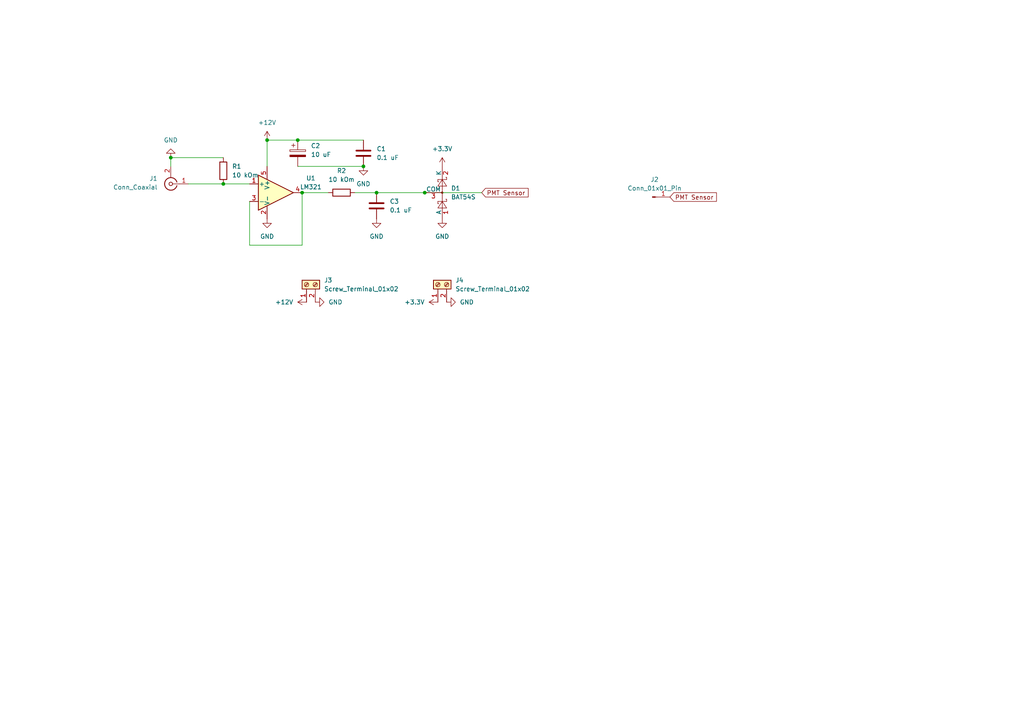
<source format=kicad_sch>
(kicad_sch (version 20230121) (generator eeschema)
  (paper "A4")
  (lib_symbols
    (symbol "Amplifier_Operational:LM321" (pin_names (offset 0.127))
      (property "Reference" "U" (at 0 7.62 0))
      (property "Value" "LM321" (at 0 5.08 0))
      (symbol "LM321_0_1"
        (polyline (pts (xy -5.08 5.08) (xy 5.08 0) (xy -5.08 -5.08) (xy -5.08 5.08)) (stroke (width 0.254)) (fill (type background)))
      )
      (symbol "LM321_1_1"
        (pin input line (at -7.62 2.54 0) (length 2.54) (name "+") (number "1"))
        (pin power_in line (at -2.54 -7.62 90) (length 3.81) (name "V-") (number "2"))
        (pin input line (at -7.62 -2.54 0) (length 2.54) (name "-") (number "3"))
        (pin output line (at 7.62 0 180) (length 2.54) (name "~") (number "4"))
        (pin power_in line (at -2.54 7.62 270) (length 3.81) (name "V+") (number "5"))
      )
    )
    (symbol "Connector:Conn_01x01_Pin" (pin_names (offset 1.016) hide)
      (property "Reference" "J" (at 0 2.54 0))
      (property "Value" "Conn_01x01_Pin" (at 0 -2.54 0))
      (symbol "Conn_01x01_Pin_1_1"
        (polyline (pts (xy 1.27 0) (xy 0.8636 0)) (stroke (width 0.1524)))
        (rectangle (start 0.8636 0.127) (end 0 -0.127) (stroke (width 0.1524)) (fill (type outline)))
        (pin passive line (at 5.08 0 180) (length 3.81) (name "Pin_1") (number "1"))
      )
    )
    (symbol "Connector:Conn_Coaxial" (pin_names (offset 1.016) hide)
      (property "Reference" "J" (at 0.254 3.048 0))
      (property "Value" "Conn_Coaxial" (at 2.921 0 90))
      (symbol "Conn_Coaxial_0_1"
        (arc (start -1.778 -0.508) (mid 0.2311 -1.8066) (end 1.778 0) (stroke (width 0.254)))
        (polyline (pts (xy -2.54 0) (xy -0.508 0)))
        (polyline (pts (xy 0 -2.54) (xy 0 -1.778)))
        (circle (center 0 0) (radius 0.508) (stroke (width 0.2032)))
        (arc (start 1.778 0) (mid 0.2099 1.8101) (end -1.778 0.508) (stroke (width 0.254)))
      )
      (symbol "Conn_Coaxial_1_1"
        (pin passive line (at -5.08 0 0) (length 2.54) (name "In") (number "1"))
        (pin passive line (at 0 -5.08 90) (length 2.54) (name "Ext") (number "2"))
      )
    )
    (symbol "Connector:Screw_Terminal_01x02" (pin_names (offset 1.016) hide)
      (property "Reference" "J" (at 0 2.54 0))
      (property "Value" "Screw_Terminal_01x02" (at 0 -5.08 0))
      (symbol "Screw_Terminal_01x02_1_1"
        (rectangle (start -1.27 1.27) (end 1.27 -3.81) (stroke (width 0.254)) (fill (type background)))
        (circle (center 0 -2.54) (radius 0.635) (stroke (width 0.1524)))
        (polyline (pts (xy -0.5334 -2.2098) (xy 0.3302 -3.048)) (stroke (width 0.1524)))
        (polyline (pts (xy -0.5334 0.3302) (xy 0.3302 -0.508)) (stroke (width 0.1524)))
        (polyline (pts (xy -0.3556 -2.032) (xy 0.508 -2.8702)) (stroke (width 0.1524)))
        (polyline (pts (xy -0.3556 0.508) (xy 0.508 -0.3302)) (stroke (width 0.1524)))
        (circle (center 0 0) (radius 0.635) (stroke (width 0.1524)))
        (pin passive line (at -5.08 0 0) (length 3.81) (name "Pin_1") (number "1"))
        (pin passive line (at -5.08 -2.54 0) (length 3.81) (name "Pin_2") (number "2"))
      )
    )
    (symbol "Device:C" (pin_numbers hide) (pin_names (offset 0.254))
      (property "Reference" "C" (at 0.635 2.54 0))
      (property "Value" "C" (at 0.635 -2.54 0))
      (symbol "C_0_1"
        (polyline (pts (xy -2.032 -0.762) (xy 2.032 -0.762)) (stroke (width 0.508)))
        (polyline (pts (xy -2.032 0.762) (xy 2.032 0.762)) (stroke (width 0.508)))
      )
      (symbol "C_1_1"
        (pin passive line (at 0 3.81 270) (length 2.794) (name "~") (number "1"))
        (pin passive line (at 0 -3.81 90) (length 2.794) (name "~") (number "2"))
      )
    )
    (symbol "Device:C_Polarized" (pin_numbers hide) (pin_names (offset 0.254))
      (property "Reference" "C" (at 0.635 2.54 0))
      (property "Value" "C_Polarized" (at 0.635 -2.54 0))
      (symbol "C_Polarized_0_1"
        (rectangle (start -2.286 0.508) (end 2.286 1.016))
        (polyline (pts (xy -1.778 2.286) (xy -0.762 2.286)))
        (polyline (pts (xy -1.27 2.794) (xy -1.27 1.778)))
        (rectangle (start 2.286 -0.508) (end -2.286 -1.016) (fill (type outline)))
      )
      (symbol "C_Polarized_1_1"
        (pin passive line (at 0 3.81 270) (length 2.794) (name "~") (number "1"))
        (pin passive line (at 0 -3.81 90) (length 2.794) (name "~") (number "2"))
      )
    )
    (symbol "Device:R" (pin_numbers hide) (pin_names (offset 0))
      (property "Reference" "R" (at 2.032 0 90))
      (property "Value" "R" (at 0 0 90))
      (symbol "R_0_1"
        (rectangle (start -1.016 -2.54) (end 1.016 2.54) (stroke (width 0.254)))
      )
      (symbol "R_1_1"
        (pin passive line (at 0 3.81 270) (length 1.27) (name "~") (number "1"))
        (pin passive line (at 0 -3.81 90) (length 1.27) (name "~") (number "2"))
      )
    )
    (symbol "Diode:BAT54S" (pin_names (offset 0))
      (property "Reference" "D" (at 2.54 -5.08 0))
      (property "Value" "BAT54S" (at -6.35 3.175 0))
      (symbol "BAT54S_0_1"
        (polyline (pts (xy -3.81 0) (xy -1.27 0)))
        (polyline (pts (xy -3.175 -1.27) (xy -3.175 -1.016)))
        (polyline (pts (xy -2.54 -1.27) (xy -3.175 -1.27)))
        (polyline (pts (xy -2.54 -1.27) (xy -2.54 1.27)))
        (polyline (pts (xy -2.54 1.27) (xy -1.905 1.27)))
        (polyline (pts (xy -1.905 0) (xy 1.905 0)))
        (polyline (pts (xy -1.905 1.27) (xy -1.905 1.016)))
        (polyline (pts (xy 1.27 0) (xy 3.81 0)))
        (polyline (pts (xy 3.175 -1.27) (xy 3.175 -1.016)))
        (polyline (pts (xy 3.81 -1.27) (xy 3.175 -1.27)))
        (polyline (pts (xy 3.81 -1.27) (xy 3.81 1.27)))
        (polyline (pts (xy 3.81 1.27) (xy 4.445 1.27)))
        (polyline (pts (xy 4.445 1.27) (xy 4.445 1.016)))
        (polyline (pts (xy -4.445 1.27) (xy -4.445 -1.27) (xy -2.54 0) (xy -4.445 1.27)))
        (polyline (pts (xy 1.905 1.27) (xy 1.905 -1.27) (xy 3.81 0) (xy 1.905 1.27)))
        (circle (center 0 0) (radius 0.254) (fill (type outline)))
      )
      (symbol "BAT54S_1_1"
        (pin passive line (at -7.62 0 0) (length 3.81) (name "A") (number "1"))
        (pin passive line (at 7.62 0 180) (length 3.81) (name "K") (number "2"))
        (pin passive line (at 0 -5.08 90) (length 5.08) (name "COM") (number "3"))
      )
    )
    (symbol "power:+12V" (power) (pin_names (offset 0))
      (property "Value" "+12V" (at 0 3.556 0))
      (symbol "+12V_0_1"
        (polyline (pts (xy -0.762 1.27) (xy 0 2.54)))
        (polyline (pts (xy 0 0) (xy 0 2.54)))
        (polyline (pts (xy 0 2.54) (xy 0.762 1.27)))
      )
      (symbol "+12V_1_1"
        (pin power_in line (at 0 0 90) (length 0) hide (name "+12V") (number "1"))
      )
    )
    (symbol "power:+3.3V" (power) (pin_names (offset 0))
      (property "Value" "+3.3V" (at 0 3.556 0))
      (symbol "+3.3V_0_1"
        (polyline (pts (xy -0.762 1.27) (xy 0 2.54)))
        (polyline (pts (xy 0 0) (xy 0 2.54)))
        (polyline (pts (xy 0 2.54) (xy 0.762 1.27)))
      )
      (symbol "+3.3V_1_1"
        (pin power_in line (at 0 0 90) (length 0) hide (name "+3.3V") (number "1"))
      )
    )
    (symbol "power:GND" (power) (pin_names (offset 0))
      (property "Value" "GND" (at 0 -3.81 0))
      (symbol "GND_0_1"
        (polyline (pts (xy 0 0) (xy 0 -1.27) (xy 1.27 -1.27) (xy 0 -2.54) (xy -1.27 -1.27) (xy 0 -1.27)))
      )
      (symbol "GND_1_1"
        (pin power_in line (at 0 0 270) (length 0) hide (name "GND") (number "1"))
      )
    )
  )
  (junction (at 109.22 55.88))
  (junction (at 77.47 40.64))
  (junction (at 86.36 40.64))
  (junction (at 105.41 48.26))
  (junction (at 87.63 55.88))
  (junction (at 64.77 53.34))
  (junction (at 49.53 45.72))
  (junction (at 123.19 55.88))
  (wire (pts (xy 86.36 40.64) (xy 77.47 40.64)))
  (wire (pts (xy 72.39 71.12) (xy 87.63 71.12)))
  (wire (pts (xy 102.87 55.88) (xy 109.22 55.88)))
  (wire (pts (xy 72.39 58.42) (xy 72.39 71.12)))
  (wire (pts (xy 77.47 40.64) (xy 77.47 48.26)))
  (wire (pts (xy 87.63 71.12) (xy 87.63 55.88)))
  (wire (pts (xy 49.53 48.26) (xy 49.53 45.72)))
  (wire (pts (xy 49.53 45.72) (xy 64.77 45.72)))
  (wire (pts (xy 123.19 55.88) (xy 139.7 55.88)))
  (wire (pts (xy 64.77 53.34) (xy 72.39 53.34)))
  (wire (pts (xy 87.63 55.88) (xy 95.25 55.88)))
  (wire (pts (xy 86.36 48.26) (xy 105.41 48.26)))
  (wire (pts (xy 86.36 40.64) (xy 105.41 40.64)))
  (wire (pts (xy 54.61 53.34) (xy 64.77 53.34)))
  (wire (pts (xy 109.22 55.88) (xy 123.19 55.88)))
  (global_label "PMT Sensor" (shape input) (at 194.31 57.15 0) (property "Intersheetrefs" "${INTERSHEET_REFS}" (effects hide)))
  (global_label "PMT Sensor" (shape input) (at 139.7 55.88 0) (property "Intersheetrefs" "${INTERSHEET_REFS}" (effects hide)))
  (symbol (lib_id "Device:C") (at 105.41 44.45 0) (unit 1)
    (property "Reference" "C1" (at 109.22 43.18 0) (effects (justify left)))
    (property "Value" "0.1 uF" (at 109.22 45.72 0) (effects (justify left)))
    (property "Footprint" "Capacitor_SMD:C_0805_2012Metric_Pad1.18x1.45mm_HandSolder" (effects hide))
  )
  (symbol (lib_id "Device:R") (at 64.77 49.53 0) (unit 1)
    (property "Reference" "R1" (at 67.31 48.26 0) (effects (justify left)))
    (property "Value" "10 kOm" (at 67.31 50.8 0) (effects (justify left)))
    (property "Footprint" "Resistor_SMD:R_0805_2012Metric_Pad1.20x1.40mm_HandSolder" (effects hide))
  )
  (symbol (lib_id "Device:C") (at 109.22 59.69 0) (unit 1)
    (property "Reference" "C3" (at 113.03 58.42 0) (effects (justify left)))
    (property "Value" "0.1 uF" (at 113.03 60.96 0) (effects (justify left)))
    (property "Footprint" "Capacitor_SMD:C_0805_2012Metric_Pad1.18x1.45mm_HandSolder" (effects hide))
  )
  (symbol (lib_id "Amplifier_Operational:LM321") (at 80.01 55.88 0) (unit 1)
    (property "Reference" "U1" (at 90.17 51.6891 0))
    (property "Value" "LM321" (at 90.17 54.2291 0))
    (property "Footprint" "Package_TO_SOT_SMD:SOT-23-5" (effects hide))
    (property "Datasheet" "http://www.ti.com/lit/ds/symlink/lm321.pdf" (effects hide))
  )
  (symbol (lib_id "power:GND") (at 105.41 48.26 0) (unit 1)
    (property "Reference" "#PWR04" (effects hide))
    (property "Value" "GND" (at 105.41 53.34 0))
  )
  (symbol (lib_id "Connector:Screw_Terminal_01x02") (at 88.9 82.55 90) (unit 1)
    (property "Reference" "J3" (at 93.98 81.28 90) (effects (justify right)))
    (property "Value" "Screw_Terminal_01x02" (at 93.98 83.82 90) (effects (justify right)))
    (property "Footprint" "TerminalBlock:TerminalBlock_bornier-2_P5.08mm" (effects hide))
  )
  (symbol (lib_id "power:+12V") (at 88.9 87.63 90) (unit 1)
    (property "Reference" "#PWR08" (effects hide))
    (property "Value" "+12V" (at 85.09 87.63 90) (effects (justify left)))
  )
  (symbol (lib_id "power:GND") (at 77.47 63.5 0) (unit 1)
    (property "Reference" "#PWR05" (effects hide))
    (property "Value" "GND" (at 77.47 68.58 0))
  )
  (symbol (lib_id "power:+3.3V") (at 128.27 48.26 0) (unit 1)
    (property "Reference" "#PWR03" (effects hide))
    (property "Value" "+3.3V" (at 128.27 43.18 0))
  )
  (symbol (lib_id "power:GND") (at 91.44 87.63 90) (unit 1)
    (property "Reference" "#PWR09" (effects hide))
    (property "Value" "GND" (at 95.25 87.63 90) (effects (justify right)))
  )
  (symbol (lib_id "Connector:Conn_Coaxial") (at 49.53 53.34 180) (unit 1)
    (property "Reference" "J1" (at 45.72 51.7768 0) (effects (justify left)))
    (property "Value" "Conn_Coaxial" (at 45.72 54.3168 0) (effects (justify left)))
    (property "Footprint" "Connector_Coaxial:BNC_Amphenol_031-5539_Vertical" (effects hide))
    (property "Datasheet" " ~" (effects hide))
  )
  (symbol (lib_id "Device:C_Polarized") (at 86.36 44.45 0) (unit 1)
    (property "Reference" "C2" (at 90.17 42.291 0) (effects (justify left)))
    (property "Value" "10 uF" (at 90.17 44.831 0) (effects (justify left)))
    (property "Footprint" "Capacitor_Tantalum_SMD:CP_EIA-3528-21_Kemet-B_Pad1.50x2.35mm_HandSolder" (effects hide))
  )
  (symbol (lib_id "power:GND") (at 49.53 45.72 180) (unit 1)
    (property "Reference" "#PWR06" (effects hide))
    (property "Value" "GND" (at 49.53 40.64 0))
  )
  (symbol (lib_id "power:GND") (at 129.54 87.63 90) (unit 1)
    (property "Reference" "#PWR011" (effects hide))
    (property "Value" "GND" (at 133.35 87.63 90) (effects (justify right)))
  )
  (symbol (lib_id "power:+12V") (at 77.47 40.64 0) (unit 1)
    (property "Reference" "#PWR02" (effects hide))
    (property "Value" "+12V" (at 77.47 35.56 0))
  )
  (symbol (lib_id "power:+3.3V") (at 127 87.63 90) (unit 1)
    (property "Reference" "#PWR010" (effects hide))
    (property "Value" "+3.3V" (at 123.19 87.63 90) (effects (justify left)))
  )
  (symbol (lib_id "Connector:Conn_01x01_Pin") (at 189.23 57.15 0) (unit 1)
    (property "Reference" "J2" (at 189.865 52.07 0))
    (property "Value" "Conn_01x01_Pin" (at 189.865 54.61 0))
    (property "Footprint" "Connector_PinHeader_2.54mm:PinHeader_1x01_P2.54mm_Vertical" (effects hide))
  )
  (symbol (lib_id "Diode:BAT54S") (at 128.27 55.88 270) (mirror x) (unit 1)
    (property "Reference" "D1" (at 130.81 54.61 90) (effects (justify left)))
    (property "Value" "BAT54S" (at 130.81 57.15 90) (effects (justify left)))
    (property "Footprint" "Package_TO_SOT_SMD:SOT-23" (effects hide))
    (property "Datasheet" "https://www.diodes.com/assets/Datasheets/ds11005.pdf" (effects hide))
  )
  (symbol (lib_id "Connector:Screw_Terminal_01x02") (at 127 82.55 90) (unit 1)
    (property "Reference" "J4" (at 132.08 81.28 90) (effects (justify right)))
    (property "Value" "Screw_Terminal_01x02" (at 132.08 83.82 90) (effects (justify right)))
    (property "Footprint" "TerminalBlock:TerminalBlock_bornier-2_P5.08mm" (effects hide))
  )
  (symbol (lib_id "power:GND") (at 128.27 63.5 0) (unit 1)
    (property "Reference" "#PWR01" (effects hide))
    (property "Value" "GND" (at 128.27 68.58 0))
  )
  (symbol (lib_id "Device:R") (at 99.06 55.88 90) (unit 1)
    (property "Reference" "R2" (at 99.06 49.53 90))
    (property "Value" "10 kOm" (at 99.06 52.07 90))
    (property "Footprint" "Resistor_SMD:R_0805_2012Metric_Pad1.20x1.40mm_HandSolder" (effects hide))
  )
  (symbol (lib_id "power:GND") (at 109.22 63.5 0) (unit 1)
    (property "Reference" "#PWR07" (effects hide))
    (property "Value" "GND" (at 109.22 68.58 0))
  )
)
</source>
